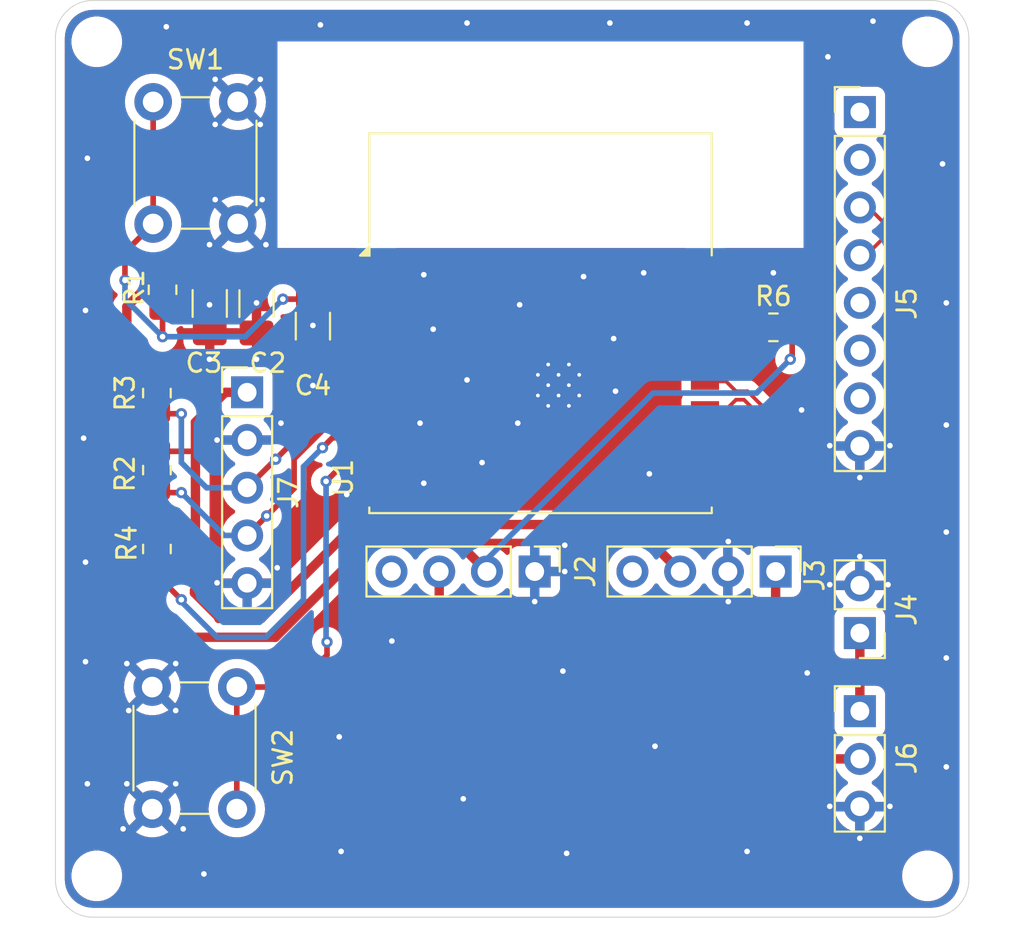
<source format=kicad_pcb>
(kicad_pcb (version 20240108) (generator "pcbnew") (generator_version "8.0")
  (layers (0 "F.Cu" signal) (31 "B.Cu" power) (34 "B.Paste" user) (35 "F.Paste" user) (36 "B.SilkS" user "B.Silkscreen") (37 "F.SilkS" user "F.Silkscreen") (38 "B.Mask" user) (39 "F.Mask" user) (44 "Edge.Cuts" user))
  (net 0 "")
  (net 1 "3V3Buck")
  (net 2 "GND")
  (net 3 "Net-(U1-EN)")
  (net 4 "/SCL")
  (net 5 "/5VBoost")
  (net 6 "/SDA")
  (net 7 "Net-(U1-IO8)")
  (net 8 "Net-(U1-IO2)")
  (net 9 "Net-(U1-IO9)")
  (net 25 "Net-(J2-Vin)")
  (net 26 "Net-(J4-load+)")
  (net 27 "/D+")
  (net 28 "/D-")
  (footprint "MountingHole:MountingHole_2.2mm_M2_DIN965" (layer "F.Cu") (at 120.5 66.3)
    (property "Reference" "H1" (hide yes))
    (property "Value" "MountingHole")
    (pad "" np_thru_hole circle (at 0 0) (size 2.2 2.2) (drill 2.2) (layers "*.Cu" "*.Mask"))
  )
  (footprint "Button_Switch_THT:SW_PUSH_6mm" (layer "F.Cu") (at 128 69.5 -90)
    (property "Reference" "SW1" (at -2.25 2.25 0) (layer "F.SilkS"))
    (property "Value" "SW_Push")
    (fp_line (start 1 5.5) (end 5.5 5.5) (stroke (width 0.12)) (layer "F.SilkS"))
    (fp_line (start 6.75 3) (end 6.75 1.5) (stroke (width 0.12)) (layer "F.SilkS"))
    (fp_line (start -0.25 1.5) (end -0.25 3) (stroke (width 0.12)) (layer "F.SilkS"))
    (fp_line (start 5.5 -1) (end 1 -1) (stroke (width 0.12)) (layer "F.SilkS"))
    (pad "1" thru_hole circle (at 0 0) (size 2 2) (drill 1.1) (layers "*.Cu" "*.Mask") (net 2 "GND"))
    (pad "1" thru_hole circle (at 6.5 0) (size 2 2) (drill 1.1) (layers "*.Cu" "*.Mask") (net 2 "GND"))
    (pad "2" thru_hole circle (at 0 4.5) (size 2 2) (drill 1.1) (layers "*.Cu" "*.Mask") (net 3 "Net-(U1-EN)"))
    (pad "2" thru_hole circle (at 6.5 4.5) (size 2 2) (drill 1.1) (layers "*.Cu" "*.Mask") (net 3 "Net-(U1-EN)"))
  )
  (footprint "Capacitor_SMD:C_1206_3216Metric_Pad1.33x1.80mm_HandSolder" (layer "F.Cu") (at 126.51 80.23 -90)
    (property "Reference" "C3" (at 3.17 0.31 180) (layer "F.SilkS"))
    (property "Value" "100nF")
    (fp_line (start -0.711252 0.91) (end 0.711252 0.91) (stroke (width 0.12)) (layer "F.SilkS"))
    (fp_line (start -0.711252 -0.91) (end 0.711252 -0.91) (stroke (width 0.12)) (layer "F.SilkS"))
    (pad "1" smd roundrect (at -1.5625 0 270) (size 1.325 1.8) (layers "F.Cu" "F.Paste" "F.Mask") (roundrect_rratio 0.188679) (net 1 "3V3Buck"))
    (pad "2" smd roundrect (at 1.5625 0 270) (size 1.325 1.8) (layers "F.Cu" "F.Paste" "F.Mask") (roundrect_rratio 0.188679) (net 2 "GND"))
  )
  (footprint "MountingHole:MountingHole_2.2mm_M2_DIN965" (layer "F.Cu") (at 164.7 110.7)
    (property "Reference" "H4" (hide yes))
    (property "Value" "MountingHole")
    (pad "" np_thru_hole circle (at 0 0) (size 2.2 2.2) (drill 2.2) (layers "*.Cu" "*.Mask"))
  )
  (footprint "MountingHole:MountingHole_2.2mm_M2_DIN965" (layer "F.Cu") (at 120.5 110.7)
    (property "Reference" "H3" (hide yes))
    (property "Value" "MountingHole")
    (pad "" np_thru_hole circle (at 0 0) (size 2.2 2.2) (drill 2.2) (layers "*.Cu" "*.Mask"))
  )
  (footprint "Connector_PinHeader_2.54mm:PinHeader_1x04_P2.54mm_Vertical" (layer "F.Cu") (at 143.8 94.5 -90)
    (property "Reference" "J2" (at 0 -2.7 -90) (layer "F.SilkS"))
    (property "Value" "AF_TLV62569_3V3_Buck_Converter")
    (fp_line (start -1.33 8.95) (end 1.33 8.95) (stroke (width 0.12)) (layer "F.SilkS"))
    (fp_line (start -1.33 1.27) (end -1.33 8.95) (stroke (width 0.12)) (layer "F.SilkS"))
    (fp_line (start -1.33 1.27) (end 1.33 1.27) (stroke (width 0.12)) (layer "F.SilkS"))
    (fp_line (start 1.33 1.27) (end 1.33 8.95) (stroke (width 0.12)) (layer "F.SilkS"))
    (fp_line (start -1.33 0) (end -1.33 -1.33) (stroke (width 0.12)) (layer "F.SilkS"))
    (fp_line (start -1.33 -1.33) (end 0 -1.33) (stroke (width 0.12)) (layer "F.SilkS"))
    (pad "1" thru_hole rect (at 0 0 270) (size 1.7 1.7) (drill 1) (layers "*.Cu" "*.Mask") (net 2 "GND"))
    (pad "2" thru_hole oval (at 0 2.54 270) (size 1.7 1.7) (drill 1) (layers "*.Cu" "*.Mask") (net 1 "3V3Buck"))
    (pad "3" thru_hole oval (at 0 5.08 270) (size 1.7 1.7) (drill 1) (layers "*.Cu" "*.Mask") (net 25 "Net-(J2-Vin)"))
    (pad "4" thru_hole oval (at 0 7.62 270) (size 1.7 1.7) (drill 1) (layers "*.Cu" "*.Mask"))
  )
  (footprint "Connector_PinHeader_2.54mm:PinHeader_1x02_P2.54mm_Vertical" (layer "F.Cu") (at 161.1 97.775 180)
    (property "Reference" "J4" (at -2.5 1.24 90) (layer "F.SilkS"))
    (property "Value" "Adafruit_bq25185")
    (fp_line (start 1.33 1.27) (end 1.33 3.87) (stroke (width 0.12)) (layer "F.SilkS"))
    (fp_line (start -1.33 3.87) (end 1.33 3.87) (stroke (width 0.12)) (layer "F.SilkS"))
    (fp_line (start -1.33 1.27) (end 1.33 1.27) (stroke (width 0.12)) (layer "F.SilkS"))
    (fp_line (start -1.33 1.27) (end -1.33 3.87) (stroke (width 0.12)) (layer "F.SilkS"))
    (fp_line (start -1.33 0) (end -1.33 -1.33) (stroke (width 0.12)) (layer "F.SilkS"))
    (fp_line (start -1.33 -1.33) (end 0 -1.33) (stroke (width 0.12)) (layer "F.SilkS"))
    (pad "1" thru_hole rect (at 0 0 180) (size 1.7 1.7) (drill 1) (layers "*.Cu" "*.Mask") (net 26 "Net-(J4-load+)"))
    (pad "2" thru_hole oval (at 0 2.54 180) (size 1.7 1.7) (drill 1) (layers "*.Cu" "*.Mask") (net 2 "GND"))
  )
  (footprint "Resistor_SMD:R_0805_2012Metric_Pad1.20x1.40mm_HandSolder" (layer "F.Cu") (at 123.7 89.1 -90)
    (property "Reference" "R2" (at 0.2 1.7 90) (layer "F.SilkS"))
    (property "Value" "10k")
    (fp_line (start -0.227064 0.735) (end 0.227064 0.735) (stroke (width 0.12)) (layer "F.SilkS"))
    (fp_line (start -0.227064 -0.735) (end 0.227064 -0.735) (stroke (width 0.12)) (layer "F.SilkS"))
    (pad "1" smd roundrect (at -1 0 270) (size 1.2 1.4) (layers "F.Cu" "F.Paste" "F.Mask") (roundrect_rratio 0.208333) (net 5 "/5VBoost"))
    (pad "2" smd roundrect (at 1 0 270) (size 1.2 1.4) (layers "F.Cu" "F.Paste" "F.Mask") (roundrect_rratio 0.208333) (net 4 "/SCL"))
  )
  (footprint "Capacitor_SMD:C_1206_3216Metric_Pad1.33x1.80mm_HandSolder" (layer "F.Cu") (at 132 81.4375 90)
    (property "Reference" "C4" (at -3.1625 0 180) (layer "F.SilkS"))
    (property "Value" "100nF")
    (fp_line (start -0.711252 -0.91) (end 0.711252 -0.91) (stroke (width 0.12)) (layer "F.SilkS"))
    (fp_line (start -0.711252 0.91) (end 0.711252 0.91) (stroke (width 0.12)) (layer "F.SilkS"))
    (pad "1" smd roundrect (at -1.5625 0 90) (size 1.325 1.8) (layers "F.Cu" "F.Paste" "F.Mask") (roundrect_rratio 0.188679) (net 2 "GND"))
    (pad "2" smd roundrect (at 1.5625 0 90) (size 1.325 1.8) (layers "F.Cu" "F.Paste" "F.Mask") (roundrect_rratio 0.188679) (net 3 "Net-(U1-EN)"))
  )
  (footprint "Resistor_SMD:R_0805_2012Metric_Pad1.20x1.40mm_HandSolder" (layer "F.Cu") (at 123.7 85 -90)
    (property "Reference" "R3" (at 0 1.7 90) (layer "F.SilkS"))
    (property "Value" "10k")
    (fp_line (start -0.227064 0.735) (end 0.227064 0.735) (stroke (width 0.12)) (layer "F.SilkS"))
    (fp_line (start -0.227064 -0.735) (end 0.227064 -0.735) (stroke (width 0.12)) (layer "F.SilkS"))
    (pad "1" smd roundrect (at -1 0 270) (size 1.2 1.4) (layers "F.Cu" "F.Paste" "F.Mask") (roundrect_rratio 0.208333) (net 5 "/5VBoost"))
    (pad "2" smd roundrect (at 1 0 270) (size 1.2 1.4) (layers "F.Cu" "F.Paste" "F.Mask") (roundrect_rratio 0.208333) (net 6 "/SDA"))
  )
  (footprint "Connector_PinHeader_2.54mm:PinHeader_1x04_P2.54mm_Vertical" (layer "F.Cu") (at 156.62 94.5 -90)
    (property "Reference" "J3" (at 0.2 -2.08 -90) (layer "F.SilkS"))
    (property "Value" "AF_TPS61023_5V_Boost_Converter")
    (fp_line (start -1.33 8.95) (end 1.33 8.95) (stroke (width 0.12)) (layer "F.SilkS"))
    (fp_line (start -1.33 1.27) (end -1.33 8.95) (stroke (width 0.12)) (layer "F.SilkS"))
    (fp_line (start -1.33 1.27) (end 1.33 1.27) (stroke (width 0.12)) (layer "F.SilkS"))
    (fp_line (start 1.33 1.27) (end 1.33 8.95) (stroke (width 0.12)) (layer "F.SilkS"))
    (fp_line (start -1.33 0) (end -1.33 -1.33) (stroke (width 0.12)) (layer "F.SilkS"))
    (fp_line (start -1.33 -1.33) (end 0 -1.33) (stroke (width 0.12)) (layer "F.SilkS"))
    (pad "1" thru_hole rect (at 0 0 270) (size 1.7 1.7) (drill 1) (layers "*.Cu" "*.Mask") (net 25 "Net-(J2-Vin)"))
    (pad "2" thru_hole oval (at 0 2.54 270) (size 1.7 1.7) (drill 1) (layers "*.Cu" "*.Mask") (net 2 "GND"))
    (pad "3" thru_hole oval (at 0 5.08 270) (size 1.7 1.7) (drill 1) (layers "*.Cu" "*.Mask") (net 5 "/5VBoost"))
    (pad "4" thru_hole oval (at 0 7.62 270) (size 1.7 1.7) (drill 1) (layers "*.Cu" "*.Mask"))
  )
  (footprint "Connector_PinHeader_2.54mm:PinHeader_1x05_P2.54mm_Vertical" (layer "F.Cu") (at 128.5 84.96)
    (property "Reference" "J7" (at 2.2 5.34 90) (layer "F.SilkS"))
    (property "Value" "Sen54 Sensor")
    (fp_line (start -1.33 -1.33) (end 0 -1.33) (stroke (width 0.12)) (layer "F.SilkS"))
    (fp_line (start -1.33 0) (end -1.33 -1.33) (stroke (width 0.12)) (layer "F.SilkS"))
    (fp_line (start -1.33 1.27) (end -1.33 11.49) (stroke (width 0.12)) (layer "F.SilkS"))
    (fp_line (start -1.33 1.27) (end 1.33 1.27) (stroke (width 0.12)) (layer "F.SilkS"))
    (fp_line (start -1.33 11.49) (end 1.33 11.49) (stroke (width 0.12)) (layer "F.SilkS"))
    (fp_line (start 1.33 1.27) (end 1.33 11.49) (stroke (width 0.12)) (layer "F.SilkS"))
    (pad "1" thru_hole rect (at 0 0) (size 1.7 1.7) (drill 1) (layers "*.Cu" "*.Mask") (net 5 "/5VBoost"))
    (pad "2" thru_hole oval (at 0 2.54) (size 1.7 1.7) (drill 1) (layers "*.Cu" "*.Mask") (net 2 "GND"))
    (pad "3" thru_hole oval (at 0 5.08) (size 1.7 1.7) (drill 1) (layers "*.Cu" "*.Mask") (net 6 "/SDA"))
    (pad "4" thru_hole oval (at 0 7.62) (size 1.7 1.7) (drill 1) (layers "*.Cu" "*.Mask") (net 4 "/SCL"))
    (pad "5" thru_hole oval (at 0 10.16) (size 1.7 1.7) (drill 1) (layers "*.Cu" "*.Mask") (net 2 "GND"))
  )
  (footprint "Connector_PinHeader_2.54mm:PinHeader_1x03_P2.54mm_Vertical" (layer "F.Cu") (at 161.1 101.935)
    (property "Reference" "J6" (at 2.5 2.5 90) (layer "F.SilkS"))
    (property "Value" "Adadruit_Push_Button")
    (fp_line (start -1.33 -1.33) (end 0 -1.33) (stroke (width 0.12)) (layer "F.SilkS"))
    (fp_line (start -1.33 0) (end -1.33 -1.33) (stroke (width 0.12)) (layer "F.SilkS"))
    (fp_line (start -1.33 1.27) (end -1.33 6.41) (stroke (width 0.12)) (layer "F.SilkS"))
    (fp_line (start -1.33 1.27) (end 1.33 1.27) (stroke (width 0.12)) (layer "F.SilkS"))
    (fp_line (start -1.33 6.41) (end 1.33 6.41) (stroke (width 0.12)) (layer "F.SilkS"))
    (fp_line (start 1.33 1.27) (end 1.33 6.41) (stroke (width 0.12)) (layer "F.SilkS"))
    (pad "1" thru_hole rect (at 0 0) (size 1.7 1.7) (drill 1) (layers "*.Cu" "*.Mask") (net 26 "Net-(J4-load+)"))
    (pad "2" thru_hole oval (at 0 2.54) (size 1.7 1.7) (drill 1) (layers "*.Cu" "*.Mask") (net 25 "Net-(J2-Vin)"))
    (pad "3" thru_hole oval (at 0 5.08) (size 1.7 1.7) (drill 1) (layers "*.Cu" "*.Mask") (net 2 "GND"))
  )
  (footprint "Connector_PinHeader_2.54mm:PinHeader_1x08_P2.54mm_Vertical" (layer "F.Cu") (at 161.1 70.04)
    (property "Reference" "J5" (at 2.5 10.2 -90) (layer "F.SilkS"))
    (property "Value" "AF_USB_Module")
    (fp_line (start -1.33 -1.33) (end 0 -1.33) (stroke (width 0.12)) (layer "F.SilkS"))
    (fp_line (start -1.33 0) (end -1.33 -1.33) (stroke (width 0.12)) (layer "F.SilkS"))
    (fp_line (start -1.33 1.27) (end -1.33 19.11) (stroke (width 0.12)) (layer "F.SilkS"))
    (fp_line (start -1.33 1.27) (end 1.33 1.27) (stroke (width 0.12)) (layer "F.SilkS"))
    (fp_line (start -1.33 19.11) (end 1.33 19.11) (stroke (width 0.12)) (layer "F.SilkS"))
    (fp_line (start 1.33 1.27) (end 1.33 19.11) (stroke (width 0.12)) (layer "F.SilkS"))
    (pad "1" thru_hole rect (at 0 0) (size 1.7 1.7) (drill 1) (layers "*.Cu" "*.Mask"))
    (pad "2" thru_hole oval (at 0 2.54) (size 1.7 1.7) (drill 1) (layers "*.Cu" "*.Mask"))
    (pad "3" thru_hole oval (at 0 5.08) (size 1.7 1.7) (drill 1) (layers "*.Cu" "*.Mask") (net 27 "/D+"))
    (pad "4" thru_hole oval (at 0 7.62) (size 1.7 1.7) (drill 1) (layers "*.Cu" "*.Mask") (net 28 "/D-"))
    (pad "5" thru_hole oval (at 0 10.16) (size 1.7 1.7) (drill 1) (layers "*.Cu" "*.Mask"))
    (pad "6" thru_hole oval (at 0 12.7) (size 1.7 1.7) (drill 1) (layers "*.Cu" "*.Mask"))
    (pad "7" thru_hole oval (at 0 15.24) (size 1.7 1.7) (drill 1) (layers "*.Cu" "*.Mask"))
    (pad "8" thru_hole oval (at 0 17.78) (size 1.7 1.7) (drill 1) (layers "*.Cu" "*.Mask") (net 2 "GND"))
  )
  (footprint "Capacitor_SMD:C_1206_3216Metric_Pad1.33x1.80mm_HandSolder" (layer "F.Cu") (at 129 80.2375 -90)
    (property "Reference" "C2" (at 3.1625 -0.6 180) (layer "F.SilkS"))
    (property "Value" "10uF")
    (fp_line (start -0.711252 0.91) (end 0.711252 0.91) (stroke (width 0.12)) (layer "F.SilkS"))
    (fp_line (start -0.711252 -0.91) (end 0.711252 -0.91) (stroke (width 0.12)) (layer "F.SilkS"))
    (pad "1" smd roundrect (at -1.5625 0 270) (size 1.325 1.8) (layers "F.Cu" "F.Paste" "F.Mask") (roundrect_rratio 0.188679) (net 1 "3V3Buck"))
    (pad "2" smd roundrect (at 1.5625 0 270) (size 1.325 1.8) (layers "F.Cu" "F.Paste" "F.Mask") (roundrect_rratio 0.188679) (net 2 "GND"))
  )
  (footprint "Resistor_SMD:R_0805_2012Metric_Pad1.20x1.40mm_HandSolder" (layer "F.Cu") (at 123.7 93.3 -90)
    (property "Reference" "R4" (at -0.3 1.6 90) (layer "F.SilkS"))
    (property "Value" "10k")
    (fp_line (start -0.227064 0.735) (end 0.227064 0.735) (stroke (width 0.12)) (layer "F.SilkS"))
    (fp_line (start -0.227064 -0.735) (end 0.227064 -0.735) (stroke (width 0.12)) (layer "F.SilkS"))
    (pad "1" smd roundrect (at -1 0 270) (size 1.2 1.4) (layers "F.Cu" "F.Paste" "F.Mask") (roundrect_rratio 0.208333) (net 1 "3V3Buck"))
    (pad "2" smd roundrect (at 1 0 270) (size 1.2 1.4) (layers "F.Cu" "F.Paste" "F.Mask") (roundrect_rratio 0.208333) (net 7 "Net-(U1-IO8)"))
  )
  (footprint "RF_Module:ESP32-C3-WROOM-02" (layer "F.Cu") (at 144.11 84.38)
    (property "Reference" "U1" (at -10.5 5.13 90) (layer "F.SilkS"))
    (property "Value" "ESP32-C3-WROOM-02")
    (fp_line (start -9.11 -13.21) (end -9.11 -7.4) (stroke (width 0.12)) (layer "F.SilkS"))
    (fp_line (start -9.11 -13.21) (end 9.11 -13.21) (stroke (width 0.12)) (layer "F.SilkS"))
    (fp_line (start -9.11 6.71) (end -9.11 7.01) (stroke (width 0.12)) (layer "F.SilkS"))
    (fp_line (start -9.11 7.01) (end 9.11 7.01) (stroke (width 0.12)) (layer "F.SilkS"))
    (fp_line (start 9.11 -13.21) (end 9.11 -6.71) (stroke (width 0.12)) (layer "F.SilkS"))
    (fp_line (start 9.11 6.71) (end 9.11 7.01) (stroke (width 0.12)) (layer "F.SilkS"))
    (fp_poly (pts (xy -9.1 -6.7) (xy -9.6 -6.7) (xy -9.1 -7.2) (xy -9.1 -6.7)) (stroke (width 0.12)) (fill solid) (layer "F.SilkS"))
    (pad "1" smd rect (at -8.75 -6) (size 1.5 0.9) (layers "F.Cu" "F.Paste" "F.Mask") (net 1 "3V3Buck"))
    (pad "2" smd rect (at -8.75 -4.5) (size 1.5 0.9) (layers "F.Cu" "F.Paste" "F.Mask") (net 3 "Net-(U1-EN)"))
    (pad "3" smd rect (at -8.75 -3) (size 1.5 0.9) (layers "F.Cu" "F.Paste" "F.Mask") (net 6 "/SDA"))
    (pad "4" smd rect (at -8.75 -1.5) (size 1.5 0.9) (layers "F.Cu" "F.Paste" "F.Mask") (net 4 "/SCL"))
    (pad "5" smd rect (at -8.75 0) (size 1.5 0.9) (layers "F.Cu" "F.Paste" "F.Mask"))
    (pad "6" smd rect (at -8.75 1.5) (size 1.5 0.9) (layers "F.Cu" "F.Paste" "F.Mask"))
    (pad "7" smd rect (at -8.75 3) (size 1.5 0.9) (layers "F.Cu" "F.Paste" "F.Mask") (net 7 "Net-(U1-IO8)"))
    (pad "8" smd rect (at -8.75 4.5) (size 1.5 0.9) (layers "F.Cu" "F.Paste" "F.Mask") (net 9 "Net-(U1-IO9)"))
    (pad "9" smd rect (at -8.75 6) (size 1.5 0.9) (layers "F.Cu" "F.Paste" "F.Mask") (net 2 "GND"))
    (pad "10" smd rect (at 8.75 6) (size 1.5 0.9) (layers "F.Cu" "F.Paste" "F.Mask"))
    (pad "11" smd rect (at 8.75 4.5) (size 1.5 0.9) (layers "F.Cu" "F.Paste" "F.Mask"))
    (pad "12" smd rect (at 8.75 3) (size 1.5 0.9) (layers "F.Cu" "F.Paste" "F.Mask"))
    (pad "13" smd rect (at 8.75 1.5) (size 1.5 0.9) (layers "F.Cu" "F.Paste" "F.Mask") (net 27 "/D+"))
    (pad "14" smd rect (at 8.75 0) (size 1.5 0.9) (layers "F.Cu" "F.Paste" "F.Mask") (net 28 "/D-"))
    (pad "15" smd rect (at 8.75 -1.5) (size 1.5 0.9) (layers "F.Cu" "F.Paste" "F.Mask"))
    (pad "16" smd rect (at 8.75 -3) (size 1.5 0.9) (layers "F.Cu" "F.Paste" "F.Mask") (net 8 "Net-(U1-IO2)"))
    (pad "17" smd rect (at 8.75 -4.5) (size 1.5 0.9) (layers "F.Cu" "F.Paste" "F.Mask"))
    (pad "18" smd rect (at 8.75 -6) (size 1.5 0.9) (layers "F.Cu" "F.Paste" "F.Mask"))
    (pad "19" thru_hole circle (at -0.14 -0.35) (size 0.6 0.6) (drill 0.2) (property pad_prop_heatsink) (layers "*.Cu" "F.Mask") (net 2 "GND"))
    (pad "19" thru_hole circle (at -0.14 0.75) (size 0.6 0.6) (drill 0.2) (property pad_prop_heatsink) (layers "*.Cu" "F.Mask") (net 2 "GND"))
    (pad "19" thru_hole circle (at 0.41 -0.9) (size 0.6 0.6) (drill 0.2) (property pad_prop_heatsink) (layers "*.Cu" "F.Mask") (net 2 "GND"))
    (pad "19" thru_hole circle (at 0.41 0.2) (size 0.6 0.6) (drill 0.2) (property pad_prop_heatsink) (layers "*.Cu" "F.Mask") (net 2 "GND"))
    (pad "19" thru_hole circle (at 0.41 1.3) (size 0.6 0.6) (drill 0.2) (property pad_prop_heatsink) (layers "*.Cu" "F.Mask") (net 2 "GND"))
    (pad "19" thru_hole circle (at 0.96 -0.35) (size 0.6 0.6) (drill 0.2) (property pad_prop_heatsink) (layers "*.Cu" "F.Mask") (net 2 "GND"))
    (pad "19" smd rect (at 0.96 0.2) (size 2.9 2.9) (property pad_prop_heatsink) (layers "F.Cu" "F.Mask") (net 2 "GND"))
    (pad "19" thru_hole circle (at 0.96 0.75) (size 0.6 0.6) (drill 0.2) (property pad_prop_heatsink) (layers "*.Cu" "F.Mask") (net 2 "GND"))
    (pad "19" thru_hole circle (at 1.51 -0.9) (size 0.6 0.6) (drill 0.2) (property pad_prop_heatsink) (layers "*.Cu" "F.Mask") (net 2 "GND"))
    (pad "19" thru_hole circle (at 1.51 0.2) (size 0.6 0.6) (drill 0.2) (property pad_prop_heatsink) (layers "*.Cu" "F.Mask") (net 2 "GND"))
    (pad "19" thru_hole circle (at 1.51 1.3) (size 0.6 0.6) (drill 0.2) (property pad_prop_heatsink) (layers "*.Cu" "F.Mask") (net 2 "GND"))
    (pad "19" thru_hole circle (at 2.06 -0.35) (size 0.6 0.6) (drill 0.2) (property pad_prop_heatsink) (layers "*.Cu" "F.Mask") (net 2 "GND"))
    (pad "19" thru_hole circle (at 2.06 0.75) (size 0.6 0.6) (drill 0.2) (property pad_prop_heatsink) (layers "*.Cu" "F.Mask") (net 2 "GND"))
    (zone (net 0) (net_name "") (layers "F&B.Cu") (connect_pads (clearance 0)) (min_thickness 0.254)
      (keepout (tracks not_allowed) (vias not_allowed) (pads not_allowed) (copperpour not_allowed) (footprints not_allowed))
      (fill (thermal_gap 0.508) (thermal_bridge_width 0.508))
      (polygon (pts (xy 130.11 77.28) (xy 158.11 77.28) (xy 158.11 66.28) (xy 130.11 66.28)))
    )
  )
  (footprint "Resistor_SMD:R_0805_2012Metric_Pad1.20x1.40mm_HandSolder" (layer "F.Cu") (at 124 79.5 -90)
    (property "Reference" "R1" (at -0.1 1.5 -90) (layer "F.SilkS"))
    (property "Value" "10k")
    (fp_line (start -0.227064 0.735) (end 0.227064 0.735) (stroke (width 0.12)) (layer "F.SilkS"))
    (fp_line (start -0.227064 -0.735) (end 0.227064 -0.735) (stroke (width 0.12)) (layer "F.SilkS"))
    (pad "1" smd roundrect (at -1 0 270) (size 1.2 1.4) (layers "F.Cu" "F.Paste" "F.Mask") (roundrect_rratio 0.208333) (net 1 "3V3Buck"))
    (pad "2" smd roundrect (at 1 0 270) (size 1.2 1.4) (layers "F.Cu" "F.Paste" "F.Mask") (roundrect_rratio 0.208333) (net 3 "Net-(U1-EN)"))
  )
  (footprint "Resistor_SMD:R_0805_2012Metric_Pad1.20x1.40mm_HandSolder" (layer "F.Cu") (at 156.5 81.5)
    (property "Reference" "R6" (at 0 -1.65 0) (layer "F.SilkS"))
    (property "Value" "10k")
    (fp_line (start -0.227064 -0.735) (end 0.227064 -0.735) (stroke (width 0.12)) (layer "F.SilkS"))
    (fp_line (start -0.227064 0.735) (end 0.227064 0.735) (stroke (width 0.12)) (layer "F.SilkS"))
    (pad "1" smd roundrect (at -1 0) (size 1.2 1.4) (layers "F.Cu" "F.Paste" "F.Mask") (roundrect_rratio 0.208333) (net 8 "Net-(U1-IO2)"))
    (pad "2" smd roundrect (at 1 0) (size 1.2 1.4) (layers "F.Cu" "F.Paste" "F.Mask") (roundrect_rratio 0.208333) (net 1 "3V3Buck"))
  )
  (footprint "Button_Switch_THT:SW_PUSH_6mm" (layer "F.Cu") (at 123.45 107.15 90)
    (property "Reference" "SW2" (at 2.75 6.95 90) (layer "F.SilkS"))
    (property "Value" "SW_Push")
    (fp_line (start 5.5 -1) (end 1 -1) (stroke (width 0.12)) (layer "F.SilkS"))
    (fp_line (start -0.25 1.5) (end -0.25 3) (stroke (width 0.12)) (layer "F.SilkS"))
    (fp_line (start 6.75 3) (end 6.75 1.5) (stroke (width 0.12)) (layer "F.SilkS"))
    (fp_line (start 1 5.5) (end 5.5 5.5) (stroke (width 0.12)) (layer "F.SilkS"))
    (pad "1" thru_hole circle (at 0 0 180) (size 2 2) (drill 1.1) (layers "*.Cu" "*.Mask") (net 2 "GND"))
    (pad "1" thru_hole circle (at 6.5 0 180) (size 2 2) (drill 1.1) (layers "*.Cu" "*.Mask") (net 2 "GND"))
    (pad "2" thru_hole circle (at 0 4.5 180) (size 2 2) (drill 1.1) (layers "*.Cu" "*.Mask") (net 9 "Net-(U1-IO9)"))
    (pad "2" thru_hole circle (at 6.5 4.5 180) (size 2 2) (drill 1.1) (layers "*.Cu" "*.Mask") (net 9 "Net-(U1-IO9)"))
  )
  (footprint "MountingHole:MountingHole_2.2mm_M2_DIN965" (layer "F.Cu") (at 164.7 66.3)
    (property "Reference" "H2" (hide yes))
    (property "Value" "MountingHole")
    (pad "" np_thru_hole circle (at 0 0) (size 2.2 2.2) (drill 2.2) (layers "*.Cu" "*.Mask"))
  )
  (gr_arc (start 120.3 112.9) (mid 118.885786 112.314214) (end 118.3 110.9) (stroke (width 0.05)) (layer "Edge.Cuts"))
  (gr_arc (start 118.3 66.1) (mid 118.885786 64.685786) (end 120.3 64.1) (stroke (width 0.05)) (layer "Edge.Cuts"))
  (gr_arc (start 166.9 110.9) (mid 166.314214 112.314214) (end 164.9 112.9) (stroke (width 0.05)) (layer "Edge.Cuts"))
  (gr_line (start 164.9 112.9) (end 120.3 112.9) (stroke (width 0.05)) (layer "Edge.Cuts"))
  (gr_line (start 166.9 66.1) (end 166.9 110.9) (stroke (width 0.05)) (layer "Edge.Cuts"))
  (gr_line (start 120.3 64.1) (end 164.9 64.1) (stroke (width 0.05)) (layer "Edge.Cuts"))
  (gr_arc (start 164.9 64.1) (mid 166.314214 64.685786) (end 166.9 66.1) (stroke (width 0.05)) (layer "Edge.Cuts"))
  (gr_line (start 118.3 110.9) (end 118.3 66.1) (stroke (width 0.05)) (layer "Edge.Cuts"))
  (segment (start 122.1 94.6) (end 122.1 92.2) (width 0.5) (layer "F.Cu") (net 1))
  (segment (start 135 93) (end 130 98) (width 0.5) (layer "F.Cu") (net 1))
  (segment (start 122.7 92.2) (end 122.8 92.3) (width 0.5) (layer "F.Cu") (net 1))
  (segment (start 122.1 92.2) (end 122.7 92.2) (width 0.5) (layer "F.Cu") (net 1))
  (segment (start 157.5 83.1) (end 157.4 83.2) (width 0.3) (layer "F.Cu") (net 1))
  (segment (start 124 78.5) (end 126.3425 78.5) (width 0.5) (layer "F.Cu") (net 1))
  (segment (start 126.3425 78.5) (end 126.51 78.6675) (width 0.5) (layer "F.Cu") (net 1))
  (segment (start 127.0475 78.38) (end 126.9275 78.5) (width 0.5) (layer "F.Cu") (net 1))
  (segment (start 157.5 81.5) (end 157.5 83.1) (width 0.3) (layer "F.Cu") (net 1))
  (segment (start 135.36 78.38) (end 127.0475 78.38) (width 0.5) (layer "F.Cu") (net 1))
  (segment (start 125.5 98) (end 122.1 94.6) (width 0.5) (layer "F.Cu") (net 1))
  (segment (start 139.76 93) (end 139.5 93) (width 0.5) (layer "F.Cu") (net 1))
  (segment (start 130 98) (end 125.5 98) (width 0.5) (layer "F.Cu") (net 1))
  (segment (start 139.5 93) (end 135 93) (width 0.5) (layer "F.Cu") (net 1))
  (segment (start 122.1 92.2) (end 122.1 80.4) (width 0.5) (layer "F.Cu") (net 1))
  (segment (start 122.8 92.3) (end 123.7 92.3) (width 0.5) (layer "F.Cu") (net 1))
  (segment (start 141.26 94.5) (end 139.76 93) (width 0.5) (layer "F.Cu") (net 1))
  (segment (start 139.5 93) (end 140 93) (width 0.3) (layer "F.Cu") (net 1))
  (segment (start 122.1 80.4) (end 124 78.5) (width 0.5) (layer "F.Cu") (net 1))
  (via (at 157.4 83.2) (size 0.6) (drill 0.3) (layers "F.Cu" "B.Cu") (net 1))
  (segment (start 150.1 85) (end 141.26 93.84) (width 0.3) (layer "B.Cu") (net 1))
  (segment (start 157.4 83.2) (end 155.6 85) (width 0.3) (layer "B.Cu") (net 1))
  (segment (start 155.6 85) (end 150.1 85) (width 0.3) (layer "B.Cu") (net 1))
  (segment (start 141.26 93.84) (end 141.26 94.5) (width 0.3) (layer "B.Cu") (net 1))
  (via (at 119.9 94) (size 0.6) (drill 0.3) (layers "F.Cu" "B.Cu") (net 2))
  (via (at 125.1 108.2) (size 0.6) (drill 0.3) (layers "F.Cu" "B.Cu") (net 2))
  (via (at 161.1 108.7) (size 0.6) (drill 0.3) (layers "F.Cu" "B.Cu") (net 2))
  (via (at 155.1 65.3) (size 0.6) (drill 0.3) (layers "F.Cu" "B.Cu") (net 2))
  (via (at 156.5 78.6) (size 0.6) (drill 0.3) (layers "F.Cu" "B.Cu") (net 2))
  (via (at 126.5 80.3) (size 0.6) (drill 0.3) (layers "F.Cu" "B.Cu") (net 2))
  (via (at 126.9 95.1) (size 0.6) (drill 0.3) (layers "F.Cu" "B.Cu") (net 2))
  (via (at 158.3 99.9) (size 0.6) (drill 0.3) (layers "F.Cu" "B.Cu") (net 2))
  (via (at 129.3 74.7) (size 0.6) (drill 0.3) (layers "F.Cu" "B.Cu") (net 2))
  (via (at 122.1 99.4) (size 0.6) (drill 0.3) (layers "F.Cu" "B.Cu") (net 2))
  (via (at 130.1 94.3) (size 0.6) (drill 0.3) (layers "F.Cu" "B.Cu") (net 2))
  (via (at 119.9 99.3) (size 0.6) (drill 0.3) (layers "F.Cu" "B.Cu") (net 2))
  (via (at 129.5 77.1) (size 0.6) (drill 0.3) (layers "F.Cu" "B.Cu") (net 2))
  (via (at 165.7 80.2) (size 0.6) (drill 0.3) (layers "F.Cu" "B.Cu") (net 2))
  (via (at 126.5 83.2) (size 0.6) (drill 0.3) (layers "F.Cu" "B.Cu") (net 2))
  (via (at 165.5 72.8) (size 0.6) (drill 0.3) (layers "F.Cu" "B.Cu") (net 2))
  (via (at 165.7 86.7) (size 0.6) (drill 0.3) (layers "F.Cu" "B.Cu") (net 2))
  (via (at 133.8 90.4) (size 0.6) (drill 0.3) (layers "F.Cu" "B.Cu") (net 2))
  (via (at 161.1 89.5) (size 0.6) (drill 0.3) (layers "F.Cu" "B.Cu") (net 2))
  (via (at 141 88.7) (size 0.6) (drill 0.3) (layers "F.Cu" "B.Cu") (net 2))
  (via (at 126.5 77.1) (size 0.6) (drill 0.3) (layers "F.Cu" "B.Cu") (net 2))
  (via (at 159.5 107) (size 0.6) (drill 0.3) (layers "F.Cu" "B.Cu") (net 2))
  (via (at 150.2 103.8) (size 0.6) (drill 0.3) (layers "F.Cu" "B.Cu") (net 2))
  (via (at 129.2 70.7) (size 0.6) (drill 0.3) (layers "F.Cu" "B.Cu") (net 2))
  (via (at 159.4 67.1) (size 0.6) (drill 0.3) (layers "F.Cu" "B.Cu") (net 2))
  (via (at 132 81.4) (size 0.6) (drill 0.3) (layers "F.Cu" "B.Cu") (net 2))
  (via (at 143.8 96.1) (size 0.6) (drill 0.3) (layers "F.Cu" "B.Cu") (net 2))
  (via (at 126.8 68.3) (size 0.6) (drill 0.3) (layers "F.Cu" "B.Cu") (net 2))
  (via (at 165.7 99.1) (size 0.6) (drill 0.3) (layers "F.Cu" "B.Cu") (net 2))
  (via (at 138.4 81.6) (size 0.6) (drill 0.3) (layers "F.Cu" "B.Cu") (net 2))
  (via (at 137.9 89.8) (size 0.6) (drill 0.3) (layers "F.Cu" "B.Cu") (net 2))
  (via (at 145.4 94.5) (size 0.6) (drill 0.3) (layers "F.Cu" "B.Cu") (net 2))
  (via (at 130.3 86.6) (size 0.6) (drill 0.3) (layers "F.Cu" "B.Cu") (net 2))
  (via (at 145.3 99.8) (size 0.6) (drill 0.3) (layers "F.Cu" "B.Cu") (net 2))
  (via (at 119.8 87.4) (size 0.6) (drill 0.3) (layers "F.Cu" "B.Cu") (net 2))
  (via (at 154.1 92.9) (size 0.6) (drill 0.3) (layers "F.Cu" "B.Cu") (net 2))
  (via (at 140 106.6) (size 0.6) (drill 0.3) (layers "F.Cu" "B.Cu") (net 2))
  (via (at 129 80.2) (size 0.6) (drill 0.3) (layers "F.Cu" "B.Cu") (net 2))
  (via (at 147.8 65.3) (size 0.6) (drill 0.3) (layers "F.Cu" "B.Cu") (net 2))
  (via (at 161.8 65.2) (size 0.6) (drill 0.3) (layers "F.Cu" "B.Cu") (net 2))
  (via (at 159.5 95.2) (size 0.6) (drill 0.3) (layers "F.Cu" "B.Cu") (net 2))
  (via (at 132 84.6) (size 0.6) (drill 0.3) (layers "F.Cu" "B.Cu") (net 2))
  (via (at 161.1 93.7) (size 0.6) (drill 0.3) (layers "F.Cu" "B.Cu") (net 2))
  (via (at 159.5 87.8) (size 0.6) (drill 0.3) (layers "F.Cu" "B.Cu") (net 2))
  (via (at 148.1 84.9) (size 0.6) (drill 0.3) (layers "F.Cu" "B.Cu") (net 2))
  (via (at 149.6 78.6) (size 0.6) (drill 0.3) (layers "F.Cu" "B.Cu") (net 2))
  (via (at 133.4 103.3) (size 0.6) (drill 0.3) (layers "F.Cu" "B.Cu") (net 2))
  (via (at 155.1 109.4) (size 0.6) (drill 0.3) (layers "F.Cu" "B.Cu") (net 2))
  (via (at 126.2 110.6) (size 0.6) (drill 0.3) (layers "F.Cu" "B.Cu") (net 2))
  (via (at 126.8 74.7) (size 0.6) (drill 0.3) (layers "F.Cu" "B.Cu") (net 2))
  (via (at 142.9 86.6) (size 0.6) (drill 0.3) (layers "F.Cu" "B.Cu") (net 2))
  (via (at 136.2 98.2) (size 0.6) (drill 0.3) (layers "F.Cu" "B.Cu") (net 2))
  (via (at 120 105.8) (size 0.6) (drill 0.3) (layers "F.Cu" "B.Cu") (net 2))
  (via (at 124.2 65.5) (size 0.6) (drill 0.3) (layers "F.Cu" "B.Cu") (net 2))
  (via (at 162.6 95.2) (size 0.6) (drill 0.3) (layers "F.Cu" "B.Cu") (net 2))
  (via (at 129 83.2) (size 0.6) (drill 0.3) (layers "F.Cu" "B.Cu") (net 2))
  (via (at 137.7 86.6) (size 0.6) (drill 0.3) (layers "F.Cu" "B.Cu") (net 2))
  (via (at 140.2 84.3) (size 0.6) (drill 0.3) (layers "F.Cu" "B.Cu") (net 2))
  (via (at 158 85.9) (size 0.6) (drill 0.3) (layers "F.Cu" "B.Cu") (net 2))
  (via (at 162.7 87.8) (size 0.6) (drill 0.3) (layers "F.Cu" "B.Cu") (net 2))
  (via (at 119.9 80.6) (size 0.6) (drill 0.3) (layers "F.Cu" "B.Cu") (net 2))
  (via (at 122.1 105.8) (size 0.6) (drill 0.3) (layers "F.Cu" "B.Cu") (net 2))
  (via (at 122.2 101.9) (size 0.6) (drill 0.3) (layers "F.Cu" "B.Cu") (net 2))
  (via (at 126.9 87.5) (size 0.6) (drill 0.3) (layers "F.Cu" "B.Cu") (net 2))
  (via (at 165.7 92.4) (size 0.6) (drill 0.3) (layers "F.Cu" "B.Cu") (net 2))
  (via (at 145.5 109.5) (size 0.6) (drill 0.3) (layers "F.Cu" "B.Cu") (net 2))
  (via (at 133.5 109.4) (size 0.6) (drill 0.3) (layers "F.Cu" "B.Cu") (net 2))
  (via (at 137.9 78.7) (size 0.6) (drill 0.3) (layers "F.Cu" "B.Cu") (net 2))
  (via (at 129.2 68.3) (size 0.6) (drill 0.3) (layers "F.Cu" "B.Cu") (net 2))
  (via (at 140.2 65.3) (size 0.6) (drill 0.3) (layers "F.Cu" "B.Cu") (net 2))
  (via (at 149.9 89.3) (size 0.6) (drill 0.3) (layers "F.Cu" "B.Cu") (net 2))
  (via (at 143 80.3) (size 0.6) (drill 0.3) (layers "F.Cu" "B.Cu") (net 2))
  (via (at 121.9 108.2) (size 0.6) (drill 0.3) (layers "F.Cu" "B.Cu") (net 2))
  (via (at 124.7 101.9) (size 0.6) (drill 0.3) (layers "F.Cu" "B.Cu") (net 2))
  (via (at 124.7 99.4) (size 0.6) (drill 0.3) (layers "F.Cu" "B.Cu") (net 2))
  (via (at 154.1 96.1) (size 0.6) (drill 0.3) (layers "F.Cu" "B.Cu") (net 2))
  (via (at 120 72.5) (size 0.6) (drill 0.3) (layers "F.Cu" "B.Cu") (net 2))
  (via (at 162.7 107) (size 0.6) (drill 0.3) (layers "F.Cu" "B.Cu") (net 2))
  (via (at 132.4 65.4) (size 0.6) (drill 0.3) (layers "F.Cu" "B.Cu") (net 2))
  (via (at 146.4 78.8) (size 0.6) (drill 0.3) (layers "F.Cu" "B.Cu") (net 2))
  (via (at 165.7 104.9) (size 0.6) (drill 0.3) (layers "F.Cu" "B.Cu") (net 2))
  (via (at 126.8 70.7) (size 0.6) (drill 0.3) (layers "F.Cu" "B.Cu") (net 2))
  (via (at 124.7 105.8) (size 0.6) (drill 0.3) (layers "F.Cu" "B.Cu") (net 2))
  (via (at 145.4 93.1) (size 0.6) (drill 0.3) (layers "F.Cu" "B.Cu") (net 2))
  (via (at 148 82.1) (size 0.6) (drill 0.3) (layers "F.Cu" "B.Cu") (net 2))
  (segment (start 123.5 76) (end 122 77.5) (width 0.3) (layer "F.Cu") (net 3))
  (segment (start 122 77.5) (end 122 79) (width 0.3) (layer "F.Cu") (net 3))
  (segment (start 130.4 80) (end 131.875 80) (width 0.3) (layer "F.Cu") (net 3))
  (segment (start 124 80.5) (end 124 82) (width 0.3) (layer "F.Cu") (net 3))
  (segment (start 131.625 79.875) (end 132 79.875) (width 0.3) (layer "F.Cu") (net 3))
  (segment (start 131.875 80) (end 132 79.875) (width 0.3) (layer "F.Cu") (net 3))
  (segment (start 131.505 79.88) (end 131.5 79.875) (width 0.3) (layer "F.Cu") (net 3))
  (segment (start 123.5 69.5) (end 123.5 76) (width 0.3) (layer "F.Cu") (net 3))
  (segment (start 135.355 79.875) (end 135.36 79.88) (width 0.3) (layer "F.Cu") (net 3))
  (segment (start 132 79.875) (end 135.355 79.875) (width 0.3) (layer "F.Cu") (net 3))
  (via (at 124 82) (size 0.6) (drill 0.3) (layers "F.Cu" "B.Cu") (net 3))
  (via (at 122 79) (size 0.6) (drill 0.3) (layers "F.Cu" "B.Cu") (net 3))
  (via (at 130.4 80) (size 0.6) (drill 0.3) (layers "F.Cu" "B.Cu") (net 3))
  (segment (start 122 79) (end 122 80) (width 0.3) (layer "B.Cu") (net 3))
  (segment (start 128.4 82) (end 130.4 80) (width 0.3) (layer "B.Cu") (net 3))
  (segment (start 124 82) (end 128.4 82) (width 0.3) (layer "B.Cu") (net 3))
  (segment (start 122 80) (end 124 82) (width 0.3) (layer "B.Cu") (net 3))
  (segment (start 128.5 92.58) (end 129.54 91.54) (width 0.3) (layer "F.Cu") (net 4))
  (segment (start 129.54 91.54) (end 131 90.08) (width 0.3) (layer "F.Cu") (net 4))
  (segment (start 134.26 83.68) (end 135.06 82.88) (width 0.3) (layer "F.Cu") (net 4))
  (segment (start 131 90.08) (end 131 88.5) (width 0.3) (layer "F.Cu") (net 4))
  (segment (start 123.9 90.3) (end 123.7 90.1) (width 0.3) (layer "F.Cu") (net 4))
  (segment (start 125 90.3) (end 123.9 90.3) (width 0.3) (layer "F.Cu") (net 4))
  (segment (start 135.06 82.88) (end 135.36 82.88) (width 0.3) (layer "F.Cu") (net 4))
  (segment (start 134.26 85.24) (end 134.26 83.68) (width 0.3) (layer "F.Cu") (net 4))
  (segment (start 131 88.5) (end 134.26 85.24) (width 0.3) (layer "F.Cu") (net 4))
  (via (at 129.54 91.54) (size 0.6) (drill 0.3) (layers "F.Cu" "B.Cu") (net 4))
  (via (at 125 90.3) (size 0.6) (drill 0.3) (layers "F.Cu" "B.Cu") (net 4))
  (segment (start 129.5 91.5) (end 129.54 91.54) (width 0.3) (layer "B.Cu") (net 4))
  (segment (start 127.28 92.58) (end 125 90.3) (width 0.3) (layer "B.Cu") (net 4))
  (segment (start 128.5 92.58) (end 127.28 92.58) (width 0.3) (layer "B.Cu") (net 4))
  (segment (start 123.7 84) (end 125.5 84) (width 0.3) (layer "F.Cu") (net 5))
  (segment (start 125.75 95.45) (end 125.7 95.5) (width 0.5) (layer "F.Cu") (net 5))
  (segment (start 128.5 84.96) (end 128.5 85) (width 0.3) (layer "F.Cu") (net 5))
  (segment (start 125.5 84) (end 126.85 85.35) (width 0.3) (layer "F.Cu") (net 5))
  (segment (start 125.7 95.5) (end 125.7 95.639339) (width 0.5) (layer "F.Cu") (net 5))
  (segment (start 129.25 97) (end 134.25 92) (width 0.5) (layer "F.Cu") (net 5))
  (segment (start 126.85 85.35) (end 126.85 85.45) (width 0.3) (layer "F.Cu") (net 5))
  (segment (start 123.7 88.1) (end 125.75 88.1) (width 0.3) (layer "F.Cu") (net 5))
  (segment (start 125.75 86.55) (end 126.85 85.45) (width 0.5) (layer "F.Cu") (net 5))
  (segment (start 125.7 95.639339) (end 127 96.939339) (width 0.5) (layer "F.Cu") (net 5))
  (segment (start 134.25 92) (end 149 92) (width 0.5) (layer "F.Cu") (net 5))
  (segment (start 125.75 88.1) (end 125.75 95.45) (width 0.5) (layer "F.Cu") (net 5))
  (segment (start 149 92) (end 150.46 93.46) (width 0.5) (layer "F.Cu") (net 5))
  (segment (start 127 97) (end 129.25 97) (width 0.5) (layer "F.Cu") (net 5))
  (segment (start 127 96.939339) (end 127 97) (width 0.5) (layer "F.Cu") (net 5))
  (segment (start 150.5 93.46) (end 151.54 94.5) (width 0.5) (layer "F.Cu") (net 5))
  (segment (start 127.34 84.96) (end 128.5 84.96) (width 0.5) (layer "F.Cu") (net 5))
  (segment (start 126.85 85.45) (end 127.34 84.96) (width 0.5) (layer "F.Cu") (net 5))
  (segment (start 125.75 86.55) (end 125.75 88.1) (width 0.5) (layer "F.Cu") (net 5))
  (segment (start 150.46 93.46) (end 150.5 93.46) (width 0.3) (layer "F.Cu") (net 5))
  (segment (start 133.5 83) (end 135.12 81.38) (width 0.3) (layer "F.Cu") (net 6))
  (segment (start 133.5 85.04) (end 133.5 83) (width 0.3) (layer "F.Cu") (net 6))
  (segment (start 125 86.1) (end 123.8 86.1) (width 0.3) (layer "F.Cu") (net 6))
  (segment (start 123.8 86.1) (end 123.7 86) (width 0.3) (layer "F.Cu") (net 6))
  (segment (start 130.02 88.52) (end 133.5 85.04) (width 0.3) (layer "F.Cu") (net 6))
  (segment (start 128.5 90.04) (end 130.02 88.52) (width 0.3) (layer "F.Cu") (net 6))
  (segment (start 135.12 81.38) (end 135.36 81.38) (width 0.3) (layer "F.Cu") (net 6))
  (via (at 125 86.1) (size 0.6) (drill 0.3) (layers "F.Cu" "B.Cu") (net 6))
  (via (at 130.02 88.52) (size 0.6) (drill 0.3) (layers "F.Cu" "B.Cu") (net 6))
  (segment (start 129.84 88.7) (end 130.02 88.52) (width 0.3) (layer "B.Cu") (net 6))
  (segment (start 125 86.1) (end 125 88.7) (width 0.3) (layer "B.Cu") (net 6))
  (segment (start 125 88.7) (end 126.34 90.04) (width 0.3) (layer "B.Cu") (net 6))
  (segment (start 126.34 90.04) (end 128.5 90.04) (width 0.3) (layer "B.Cu") (net 6))
  (segment (start 123.7 94.7) (end 125 96) (width 0.3) (layer "F.Cu") (net 7))
  (segment (start 123.7 94.3) (end 123.7 94.7) (width 0.3) (layer "F.Cu") (net 7))
  (segment (start 133.03924 87.38) (end 135.36 87.38) (width 0.3) (layer "F.Cu") (net 7))
  (segment (start 132.50962 87.90962) (end 133.03924 87.38) (width 0.3) (layer "F.Cu") (net 7))
  (via (at 125 96) (size 0.6) (drill 0.3) (layers "F.Cu" "B.Cu") (net 7))
  (via (at 132.50962 87.90962) (size 0.6) (drill 0.3) (layers "F.Cu" "B.Cu") (net 7))
  (segment (start 131.5 88.91924) (end 131.5 96) (width 0.3) (layer "B.Cu") (net 7))
  (segment (start 129.5 98) (end 126.9 98) (width 0.3) (layer "B.Cu") (net 7))
  (segment (start 125 96.1) (end 125 96) (width 0.3) (layer "B.Cu") (net 7))
  (segment (start 132.50962 87.90962) (end 131.5 88.91924) (width 0.3) (layer "B.Cu") (net 7))
  (segment (start 126.9 98) (end 125 96.1) (width 0.3) (layer "B.Cu") (net 7))
  (segment (start 131.5 96) (end 129.5 98) (width 0.3) (layer "B.Cu") (net 7))
  (segment (start 155.38 81.38) (end 155.5 81.5) (width 0.2) (layer "F.Cu") (net 8))
  (segment (start 152.86 81.38) (end 155.38 81.38) (width 0.3) (layer "F.Cu") (net 8))
  (segment (start 131.05 100.65) (end 127.95 100.65) (width 0.3) (layer "F.Cu") (net 9))
  (segment (start 132.7 89.7) (end 133.52 88.88) (width 0.3) (layer "F.Cu") (net 9))
  (segment (start 132.75 98.25) (end 132.75 98.95) (width 0.3) (layer "F.Cu") (net 9))
  (segment (start 132.75 98.95) (end 131.05 100.65) (width 0.3) (layer "F.Cu") (net 9))
  (segment (start 133.52 88.88) (end 135.36 88.88) (width 0.3) (layer "F.Cu") (net 9))
  (segment (start 127.95 107.15) (end 127.95 100.65) (width 0.3) (layer "F.Cu") (net 9))
  (via (at 132.7 89.7) (size 0.6) (drill 0.3) (layers "F.Cu" "B.Cu") (net 9))
  (via (at 132.75 98.25) (size 0.6) (drill 0.3) (layers "F.Cu" "B.Cu") (net 9))
  (segment (start 132.7 98.2) (end 132.75 98.25) (width 0.3) (layer "B.Cu") (net 9))
  (segment (start 132.7 89.7) (end 132.7 98.2) (width 0.3) (layer "B.Cu") (net 9))
  (segment (start 156.46 101.34) (end 159.595 104.475) (width 0.5) (layer "F.Cu") (net 25))
  (segment (start 156.62 94.5) (end 156.62 101.18) (width 0.5) (layer "F.Cu") (net 25))
  (segment (start 156.62 101.18) (end 156.46 101.34) (width 0.5) (layer "F.Cu") (net 25))
  (segment (start 156.46 101.34) (end 153.12 98) (width 0.5) (layer "F.Cu") (net 25))
  (segment (start 138.72 94.5) (end 138.72 96.32) (width 0.5) (layer "F.Cu") (net 25))
  (segment (start 140.4 98) (end 153.12 98) (width 0.5) (layer "F.Cu") (net 25))
  (segment (start 156.8 94.68) (end 156.62 94.5) (width 0.5) (layer "F.Cu") (net 25))
  (segment (start 138.72 96.32) (end 140.4 98) (width 0.5) (layer "F.Cu") (net 25))
  (segment (start 159.595 104.475) (end 161.1 104.475) (width 0.5) (layer "F.Cu") (net 25))
  (segment (start 161.1 97.775) (end 161.1 101.935) (width 0.5) (layer "F.Cu") (net 26))
  (segment (start 163.0932 91.125) (end 158.1068 91.125) (width 0.2) (layer "F.Cu") (net 27))
  (segment (start 162.545 76.105) (end 163.3232 76.105) (width 0.2) (layer "F.Cu") (net 27))
  (segment (start 163.3232 76.105) (end 164.325 77.1068) (width 0.2) (layer "F.Cu") (net 27))
  (segment (start 154.510001 85.355) (end 153.985001 85.88) (width 0.2) (layer "F.Cu") (net 27))
  (segment (start 164.325 89.8932) (end 163.0932 91.125) (width 0.2) (layer "F.Cu") (net 27))
  (segment (start 155.375 88.3932) (end 155.375 85.793921) (width 0.2) (layer "F.Cu") (net 27))
  (segment (start 152.86 85.88) (end 153.16 85.88) (width 0.2) (layer "F.Cu") (net 27))
  (segment (start 155.375 85.793921) (end 154.936079 85.355) (width 0.2) (layer "F.Cu") (net 27))
  (segment (start 158.1068 91.125) (end 155.375 88.3932) (width 0.2) (layer "F.Cu") (net 27))
  (segment (start 164.325 77.1068) (end 164.325 89.8932) (width 0.2) (layer "F.Cu") (net 27))
  (segment (start 153.985001 85.88) (end 152.86 85.88) (width 0.2) (layer "F.Cu") (net 27))
  (segment (start 161.5 75.06) (end 162.545 76.105) (width 0.2) (layer "F.Cu") (net 27))
  (segment (start 154.936079 85.355) (end 154.510001 85.355) (width 0.2) (layer "F.Cu") (net 27))
  (segment (start 163.875 89.7068) (end 163.875 77.2932) (width 0.2) (layer "F.Cu") (net 28))
  (segment (start 162.9068 90.675) (end 163.875 89.7068) (width 0.2) (layer "F.Cu") (net 28))
  (segment (start 155.825 85.607521) (end 155.825 88.2068) (width 0.2) (layer "F.Cu") (net 28))
  (segment (start 152.86 84.38) (end 153.16 84.38) (width 0.2) (layer "F.Cu") (net 28))
  (segment (start 162.545 76.555) (end 161.5 77.6) (width 0.2) (layer "F.Cu") (net 28))
  (segment (start 155.825 88.2068) (end 158.2932 90.675) (width 0.2) (layer "F.Cu") (net 28))
  (segment (start 155.122479 84.905) (end 155.825 85.607521) (width 0.2) (layer "F.Cu") (net 28))
  (segment (start 163.875 77.2932) (end 163.1368 76.555) (width 0.2) (layer "F.Cu") (net 28))
  (segment (start 158.2932 90.675) (end 162.9068 90.675) (width 0.2) (layer "F.Cu") (net 28))
  (segment (start 152.86 84.38) (end 153.985001 84.38) (width 0.2) (layer "F.Cu") (net 28))
  (segment (start 163.1368 76.555) (end 162.545 76.555) (width 0.2) (layer "F.Cu") (net 28))
  (segment (start 154.510001 84.905) (end 155.122479 84.905) (width 0.2) (layer "F.Cu") (net 28))
  (segment (start 153.985001 84.38) (end 154.510001 84.905) (width 0.2) (layer "F.Cu") (net 28))
  (zone (net 2) (net_name "GND") (layers "F&B.Cu") (connect_pads (clearance 0.5)) (min_thickness 0.25) (fill yes (thermal_gap 0.5) (thermal_bridge_width 0.5))
    (polygon (pts (xy 118.3 64.1) (xy 118.3 112.9) (xy 166.9 112.9) (xy 166.9 64.1)))
  )
)
</source>
